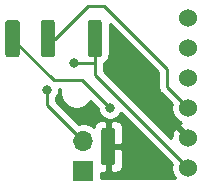
<source format=gbr>
G04 #@! TF.GenerationSoftware,KiCad,Pcbnew,(5.1.5)-3*
G04 #@! TF.CreationDate,2020-12-21T12:20:19+01:00*
G04 #@! TF.ProjectId,epimetheus_bme280,6570696d-6574-4686-9575-735f626d6532,rev?*
G04 #@! TF.SameCoordinates,Original*
G04 #@! TF.FileFunction,Copper,L1,Top*
G04 #@! TF.FilePolarity,Positive*
%FSLAX46Y46*%
G04 Gerber Fmt 4.6, Leading zero omitted, Abs format (unit mm)*
G04 Created by KiCad (PCBNEW (5.1.5)-3) date 2020-12-21 12:20:19*
%MOMM*%
%LPD*%
G04 APERTURE LIST*
%ADD10O,1.700000X1.700000*%
%ADD11R,1.700000X1.700000*%
%ADD12C,1.524000*%
%ADD13C,0.100000*%
%ADD14C,0.800000*%
%ADD15C,0.250000*%
%ADD16C,0.254000*%
G04 APERTURE END LIST*
D10*
X170942000Y-35052000D03*
D11*
X170942000Y-37592000D03*
D12*
X179832000Y-24638000D03*
X179832000Y-27178000D03*
X179832000Y-29718000D03*
X179832000Y-32258000D03*
X179832000Y-34798000D03*
X179832000Y-37338000D03*
G04 #@! TA.AperFunction,SMDPad,CuDef*
D13*
G36*
X165302405Y-24817445D02*
G01*
X165331527Y-24821764D01*
X165360085Y-24828918D01*
X165387805Y-24838836D01*
X165414419Y-24851424D01*
X165439671Y-24866559D01*
X165463318Y-24884097D01*
X165485132Y-24903868D01*
X165504903Y-24925682D01*
X165522441Y-24949329D01*
X165537576Y-24974581D01*
X165550164Y-25001195D01*
X165560082Y-25028915D01*
X165567236Y-25057473D01*
X165571555Y-25086595D01*
X165573000Y-25116000D01*
X165573000Y-27716000D01*
X165571555Y-27745405D01*
X165567236Y-27774527D01*
X165560082Y-27803085D01*
X165550164Y-27830805D01*
X165537576Y-27857419D01*
X165522441Y-27882671D01*
X165504903Y-27906318D01*
X165485132Y-27928132D01*
X165463318Y-27947903D01*
X165439671Y-27965441D01*
X165414419Y-27980576D01*
X165387805Y-27993164D01*
X165360085Y-28003082D01*
X165331527Y-28010236D01*
X165302405Y-28014555D01*
X165273000Y-28016000D01*
X164673000Y-28016000D01*
X164643595Y-28014555D01*
X164614473Y-28010236D01*
X164585915Y-28003082D01*
X164558195Y-27993164D01*
X164531581Y-27980576D01*
X164506329Y-27965441D01*
X164482682Y-27947903D01*
X164460868Y-27928132D01*
X164441097Y-27906318D01*
X164423559Y-27882671D01*
X164408424Y-27857419D01*
X164395836Y-27830805D01*
X164385918Y-27803085D01*
X164378764Y-27774527D01*
X164374445Y-27745405D01*
X164373000Y-27716000D01*
X164373000Y-25116000D01*
X164374445Y-25086595D01*
X164378764Y-25057473D01*
X164385918Y-25028915D01*
X164395836Y-25001195D01*
X164408424Y-24974581D01*
X164423559Y-24949329D01*
X164441097Y-24925682D01*
X164460868Y-24903868D01*
X164482682Y-24884097D01*
X164506329Y-24866559D01*
X164531581Y-24851424D01*
X164558195Y-24838836D01*
X164585915Y-24828918D01*
X164614473Y-24821764D01*
X164643595Y-24817445D01*
X164673000Y-24816000D01*
X165273000Y-24816000D01*
X165302405Y-24817445D01*
G37*
G04 #@! TD.AperFunction*
G04 #@! TA.AperFunction,SMDPad,CuDef*
G36*
X168302405Y-24817445D02*
G01*
X168331527Y-24821764D01*
X168360085Y-24828918D01*
X168387805Y-24838836D01*
X168414419Y-24851424D01*
X168439671Y-24866559D01*
X168463318Y-24884097D01*
X168485132Y-24903868D01*
X168504903Y-24925682D01*
X168522441Y-24949329D01*
X168537576Y-24974581D01*
X168550164Y-25001195D01*
X168560082Y-25028915D01*
X168567236Y-25057473D01*
X168571555Y-25086595D01*
X168573000Y-25116000D01*
X168573000Y-27716000D01*
X168571555Y-27745405D01*
X168567236Y-27774527D01*
X168560082Y-27803085D01*
X168550164Y-27830805D01*
X168537576Y-27857419D01*
X168522441Y-27882671D01*
X168504903Y-27906318D01*
X168485132Y-27928132D01*
X168463318Y-27947903D01*
X168439671Y-27965441D01*
X168414419Y-27980576D01*
X168387805Y-27993164D01*
X168360085Y-28003082D01*
X168331527Y-28010236D01*
X168302405Y-28014555D01*
X168273000Y-28016000D01*
X167673000Y-28016000D01*
X167643595Y-28014555D01*
X167614473Y-28010236D01*
X167585915Y-28003082D01*
X167558195Y-27993164D01*
X167531581Y-27980576D01*
X167506329Y-27965441D01*
X167482682Y-27947903D01*
X167460868Y-27928132D01*
X167441097Y-27906318D01*
X167423559Y-27882671D01*
X167408424Y-27857419D01*
X167395836Y-27830805D01*
X167385918Y-27803085D01*
X167378764Y-27774527D01*
X167374445Y-27745405D01*
X167373000Y-27716000D01*
X167373000Y-25116000D01*
X167374445Y-25086595D01*
X167378764Y-25057473D01*
X167385918Y-25028915D01*
X167395836Y-25001195D01*
X167408424Y-24974581D01*
X167423559Y-24949329D01*
X167441097Y-24925682D01*
X167460868Y-24903868D01*
X167482682Y-24884097D01*
X167506329Y-24866559D01*
X167531581Y-24851424D01*
X167558195Y-24838836D01*
X167585915Y-24828918D01*
X167614473Y-24821764D01*
X167643595Y-24817445D01*
X167673000Y-24816000D01*
X168273000Y-24816000D01*
X168302405Y-24817445D01*
G37*
G04 #@! TD.AperFunction*
G04 #@! TA.AperFunction,SMDPad,CuDef*
G36*
X172287405Y-24817445D02*
G01*
X172316527Y-24821764D01*
X172345085Y-24828918D01*
X172372805Y-24838836D01*
X172399419Y-24851424D01*
X172424671Y-24866559D01*
X172448318Y-24884097D01*
X172470132Y-24903868D01*
X172489903Y-24925682D01*
X172507441Y-24949329D01*
X172522576Y-24974581D01*
X172535164Y-25001195D01*
X172545082Y-25028915D01*
X172552236Y-25057473D01*
X172556555Y-25086595D01*
X172558000Y-25116000D01*
X172558000Y-27716000D01*
X172556555Y-27745405D01*
X172552236Y-27774527D01*
X172545082Y-27803085D01*
X172535164Y-27830805D01*
X172522576Y-27857419D01*
X172507441Y-27882671D01*
X172489903Y-27906318D01*
X172470132Y-27928132D01*
X172448318Y-27947903D01*
X172424671Y-27965441D01*
X172399419Y-27980576D01*
X172372805Y-27993164D01*
X172345085Y-28003082D01*
X172316527Y-28010236D01*
X172287405Y-28014555D01*
X172258000Y-28016000D01*
X171658000Y-28016000D01*
X171628595Y-28014555D01*
X171599473Y-28010236D01*
X171570915Y-28003082D01*
X171543195Y-27993164D01*
X171516581Y-27980576D01*
X171491329Y-27965441D01*
X171467682Y-27947903D01*
X171445868Y-27928132D01*
X171426097Y-27906318D01*
X171408559Y-27882671D01*
X171393424Y-27857419D01*
X171380836Y-27830805D01*
X171370918Y-27803085D01*
X171363764Y-27774527D01*
X171359445Y-27745405D01*
X171358000Y-27716000D01*
X171358000Y-25116000D01*
X171359445Y-25086595D01*
X171363764Y-25057473D01*
X171370918Y-25028915D01*
X171380836Y-25001195D01*
X171393424Y-24974581D01*
X171408559Y-24949329D01*
X171426097Y-24925682D01*
X171445868Y-24903868D01*
X171467682Y-24884097D01*
X171491329Y-24866559D01*
X171516581Y-24851424D01*
X171543195Y-24838836D01*
X171570915Y-24828918D01*
X171599473Y-24821764D01*
X171628595Y-24817445D01*
X171658000Y-24816000D01*
X172258000Y-24816000D01*
X172287405Y-24817445D01*
G37*
G04 #@! TD.AperFunction*
G04 #@! TA.AperFunction,SMDPad,CuDef*
G36*
X173402405Y-33961445D02*
G01*
X173431527Y-33965764D01*
X173460085Y-33972918D01*
X173487805Y-33982836D01*
X173514419Y-33995424D01*
X173539671Y-34010559D01*
X173563318Y-34028097D01*
X173585132Y-34047868D01*
X173604903Y-34069682D01*
X173622441Y-34093329D01*
X173637576Y-34118581D01*
X173650164Y-34145195D01*
X173660082Y-34172915D01*
X173667236Y-34201473D01*
X173671555Y-34230595D01*
X173673000Y-34260000D01*
X173673000Y-36860000D01*
X173671555Y-36889405D01*
X173667236Y-36918527D01*
X173660082Y-36947085D01*
X173650164Y-36974805D01*
X173637576Y-37001419D01*
X173622441Y-37026671D01*
X173604903Y-37050318D01*
X173585132Y-37072132D01*
X173563318Y-37091903D01*
X173539671Y-37109441D01*
X173514419Y-37124576D01*
X173487805Y-37137164D01*
X173460085Y-37147082D01*
X173431527Y-37154236D01*
X173402405Y-37158555D01*
X173373000Y-37160000D01*
X172773000Y-37160000D01*
X172743595Y-37158555D01*
X172714473Y-37154236D01*
X172685915Y-37147082D01*
X172658195Y-37137164D01*
X172631581Y-37124576D01*
X172606329Y-37109441D01*
X172582682Y-37091903D01*
X172560868Y-37072132D01*
X172541097Y-37050318D01*
X172523559Y-37026671D01*
X172508424Y-37001419D01*
X172495836Y-36974805D01*
X172485918Y-36947085D01*
X172478764Y-36918527D01*
X172474445Y-36889405D01*
X172473000Y-36860000D01*
X172473000Y-34260000D01*
X172474445Y-34230595D01*
X172478764Y-34201473D01*
X172485918Y-34172915D01*
X172495836Y-34145195D01*
X172508424Y-34118581D01*
X172523559Y-34093329D01*
X172541097Y-34069682D01*
X172560868Y-34047868D01*
X172582682Y-34028097D01*
X172606329Y-34010559D01*
X172631581Y-33995424D01*
X172658195Y-33982836D01*
X172685915Y-33972918D01*
X172714473Y-33965764D01*
X172743595Y-33961445D01*
X172773000Y-33960000D01*
X173373000Y-33960000D01*
X173402405Y-33961445D01*
G37*
G04 #@! TD.AperFunction*
D14*
X173228000Y-34544000D03*
X173228000Y-32258000D03*
X170180000Y-28448000D03*
X167894000Y-30734000D03*
D15*
X172828001Y-31858001D02*
X173228000Y-32258000D01*
X170882999Y-29912999D02*
X172828001Y-31858001D01*
X168469999Y-29912999D02*
X170882999Y-29912999D01*
X164973000Y-26416000D02*
X168469999Y-29912999D01*
X178054000Y-30480000D02*
X179832000Y-32258000D01*
X168573000Y-26416000D02*
X171367000Y-23622000D01*
X172720000Y-23622000D02*
X178054000Y-28956000D01*
X167973000Y-26416000D02*
X168573000Y-26416000D01*
X171367000Y-23622000D02*
X172720000Y-23622000D01*
X178054000Y-28956000D02*
X178054000Y-30480000D01*
X170180000Y-28448000D02*
X171958000Y-28448000D01*
X171958000Y-26416000D02*
X171958000Y-28448000D01*
X179070001Y-36576001D02*
X179832000Y-37338000D01*
X171958000Y-29464000D02*
X179070001Y-36576001D01*
X171958000Y-26416000D02*
X171958000Y-29464000D01*
X167894000Y-32004000D02*
X170942000Y-35052000D01*
X167894000Y-30734000D02*
X167894000Y-32004000D01*
D16*
G36*
X168988000Y-30851589D02*
G01*
X168988000Y-31124411D01*
X169041225Y-31391989D01*
X169145629Y-31644043D01*
X169297201Y-31870886D01*
X169490114Y-32063799D01*
X169716957Y-32215371D01*
X169969011Y-32319775D01*
X170236589Y-32373000D01*
X170509411Y-32373000D01*
X170776989Y-32319775D01*
X171029043Y-32215371D01*
X171255886Y-32063799D01*
X171448799Y-31870886D01*
X171575886Y-31680687D01*
X172193000Y-32297802D01*
X172193000Y-32359939D01*
X172232774Y-32559898D01*
X172310795Y-32748256D01*
X172424063Y-32917774D01*
X172568226Y-33061937D01*
X172737744Y-33175205D01*
X172926102Y-33253226D01*
X173126061Y-33293000D01*
X173329939Y-33293000D01*
X173529898Y-33253226D01*
X173718256Y-33175205D01*
X173887774Y-33061937D01*
X174031937Y-32917774D01*
X174145205Y-32748256D01*
X174151722Y-32732523D01*
X178465628Y-37046430D01*
X178435000Y-37200408D01*
X178435000Y-37475592D01*
X178488686Y-37745490D01*
X178593995Y-37999727D01*
X178729150Y-38202000D01*
X172430072Y-38202000D01*
X172430072Y-37793844D01*
X172473000Y-37798072D01*
X172787250Y-37795000D01*
X172946000Y-37636250D01*
X172946000Y-35687000D01*
X173200000Y-35687000D01*
X173200000Y-37636250D01*
X173358750Y-37795000D01*
X173673000Y-37798072D01*
X173797482Y-37785812D01*
X173917180Y-37749502D01*
X174027494Y-37690537D01*
X174124185Y-37611185D01*
X174203537Y-37514494D01*
X174262502Y-37404180D01*
X174298812Y-37284482D01*
X174311072Y-37160000D01*
X174308000Y-35845750D01*
X174149250Y-35687000D01*
X173200000Y-35687000D01*
X172946000Y-35687000D01*
X172926000Y-35687000D01*
X172926000Y-35433000D01*
X172946000Y-35433000D01*
X172946000Y-33483750D01*
X173200000Y-33483750D01*
X173200000Y-35433000D01*
X174149250Y-35433000D01*
X174308000Y-35274250D01*
X174311072Y-33960000D01*
X174298812Y-33835518D01*
X174262502Y-33715820D01*
X174203537Y-33605506D01*
X174124185Y-33508815D01*
X174027494Y-33429463D01*
X173917180Y-33370498D01*
X173797482Y-33334188D01*
X173673000Y-33321928D01*
X173358750Y-33325000D01*
X173200000Y-33483750D01*
X172946000Y-33483750D01*
X172787250Y-33325000D01*
X172473000Y-33321928D01*
X172348518Y-33334188D01*
X172228820Y-33370498D01*
X172118506Y-33429463D01*
X172021815Y-33508815D01*
X171942463Y-33605506D01*
X171883498Y-33715820D01*
X171847188Y-33835518D01*
X171843925Y-33868653D01*
X171645411Y-33736010D01*
X171375158Y-33624068D01*
X171088260Y-33567000D01*
X170795740Y-33567000D01*
X170575592Y-33610790D01*
X168654000Y-31689199D01*
X168654000Y-31437711D01*
X168697937Y-31393774D01*
X168811205Y-31224256D01*
X168889226Y-31035898D01*
X168929000Y-30835939D01*
X168929000Y-30672999D01*
X169023524Y-30672999D01*
X168988000Y-30851589D01*
G37*
X168988000Y-30851589D02*
X168988000Y-31124411D01*
X169041225Y-31391989D01*
X169145629Y-31644043D01*
X169297201Y-31870886D01*
X169490114Y-32063799D01*
X169716957Y-32215371D01*
X169969011Y-32319775D01*
X170236589Y-32373000D01*
X170509411Y-32373000D01*
X170776989Y-32319775D01*
X171029043Y-32215371D01*
X171255886Y-32063799D01*
X171448799Y-31870886D01*
X171575886Y-31680687D01*
X172193000Y-32297802D01*
X172193000Y-32359939D01*
X172232774Y-32559898D01*
X172310795Y-32748256D01*
X172424063Y-32917774D01*
X172568226Y-33061937D01*
X172737744Y-33175205D01*
X172926102Y-33253226D01*
X173126061Y-33293000D01*
X173329939Y-33293000D01*
X173529898Y-33253226D01*
X173718256Y-33175205D01*
X173887774Y-33061937D01*
X174031937Y-32917774D01*
X174145205Y-32748256D01*
X174151722Y-32732523D01*
X178465628Y-37046430D01*
X178435000Y-37200408D01*
X178435000Y-37475592D01*
X178488686Y-37745490D01*
X178593995Y-37999727D01*
X178729150Y-38202000D01*
X172430072Y-38202000D01*
X172430072Y-37793844D01*
X172473000Y-37798072D01*
X172787250Y-37795000D01*
X172946000Y-37636250D01*
X172946000Y-35687000D01*
X173200000Y-35687000D01*
X173200000Y-37636250D01*
X173358750Y-37795000D01*
X173673000Y-37798072D01*
X173797482Y-37785812D01*
X173917180Y-37749502D01*
X174027494Y-37690537D01*
X174124185Y-37611185D01*
X174203537Y-37514494D01*
X174262502Y-37404180D01*
X174298812Y-37284482D01*
X174311072Y-37160000D01*
X174308000Y-35845750D01*
X174149250Y-35687000D01*
X173200000Y-35687000D01*
X172946000Y-35687000D01*
X172926000Y-35687000D01*
X172926000Y-35433000D01*
X172946000Y-35433000D01*
X172946000Y-33483750D01*
X173200000Y-33483750D01*
X173200000Y-35433000D01*
X174149250Y-35433000D01*
X174308000Y-35274250D01*
X174311072Y-33960000D01*
X174298812Y-33835518D01*
X174262502Y-33715820D01*
X174203537Y-33605506D01*
X174124185Y-33508815D01*
X174027494Y-33429463D01*
X173917180Y-33370498D01*
X173797482Y-33334188D01*
X173673000Y-33321928D01*
X173358750Y-33325000D01*
X173200000Y-33483750D01*
X172946000Y-33483750D01*
X172787250Y-33325000D01*
X172473000Y-33321928D01*
X172348518Y-33334188D01*
X172228820Y-33370498D01*
X172118506Y-33429463D01*
X172021815Y-33508815D01*
X171942463Y-33605506D01*
X171883498Y-33715820D01*
X171847188Y-33835518D01*
X171843925Y-33868653D01*
X171645411Y-33736010D01*
X171375158Y-33624068D01*
X171088260Y-33567000D01*
X170795740Y-33567000D01*
X170575592Y-33610790D01*
X168654000Y-31689199D01*
X168654000Y-31437711D01*
X168697937Y-31393774D01*
X168811205Y-31224256D01*
X168889226Y-31035898D01*
X168929000Y-30835939D01*
X168929000Y-30672999D01*
X169023524Y-30672999D01*
X168988000Y-30851589D01*
G36*
X177294000Y-29270802D02*
G01*
X177294001Y-30442668D01*
X177290324Y-30480000D01*
X177304998Y-30628985D01*
X177348454Y-30772246D01*
X177419026Y-30904276D01*
X177490201Y-30991002D01*
X177514000Y-31020001D01*
X177542998Y-31043799D01*
X178465628Y-31966430D01*
X178435000Y-32120408D01*
X178435000Y-32395592D01*
X178488686Y-32665490D01*
X178593995Y-32919727D01*
X178746880Y-33148535D01*
X178941465Y-33343120D01*
X179170273Y-33496005D01*
X179241943Y-33525692D01*
X179228977Y-33530364D01*
X179113020Y-33592344D01*
X179046040Y-33832435D01*
X179832000Y-34618395D01*
X179846143Y-34604253D01*
X180025748Y-34783858D01*
X180011605Y-34798000D01*
X180025748Y-34812143D01*
X179846143Y-34991748D01*
X179832000Y-34977605D01*
X179817858Y-34991748D01*
X179638253Y-34812143D01*
X179652395Y-34798000D01*
X178866435Y-34012040D01*
X178626344Y-34079020D01*
X178509244Y-34328048D01*
X178442977Y-34595135D01*
X178430481Y-34861679D01*
X172718000Y-29149199D01*
X172718000Y-28528672D01*
X172779165Y-28495978D01*
X172921317Y-28379317D01*
X173037978Y-28237165D01*
X173124666Y-28074985D01*
X173178047Y-27899009D01*
X173196072Y-27716000D01*
X173196072Y-25172873D01*
X177294000Y-29270802D01*
G37*
X177294000Y-29270802D02*
X177294001Y-30442668D01*
X177290324Y-30480000D01*
X177304998Y-30628985D01*
X177348454Y-30772246D01*
X177419026Y-30904276D01*
X177490201Y-30991002D01*
X177514000Y-31020001D01*
X177542998Y-31043799D01*
X178465628Y-31966430D01*
X178435000Y-32120408D01*
X178435000Y-32395592D01*
X178488686Y-32665490D01*
X178593995Y-32919727D01*
X178746880Y-33148535D01*
X178941465Y-33343120D01*
X179170273Y-33496005D01*
X179241943Y-33525692D01*
X179228977Y-33530364D01*
X179113020Y-33592344D01*
X179046040Y-33832435D01*
X179832000Y-34618395D01*
X179846143Y-34604253D01*
X180025748Y-34783858D01*
X180011605Y-34798000D01*
X180025748Y-34812143D01*
X179846143Y-34991748D01*
X179832000Y-34977605D01*
X179817858Y-34991748D01*
X179638253Y-34812143D01*
X179652395Y-34798000D01*
X178866435Y-34012040D01*
X178626344Y-34079020D01*
X178509244Y-34328048D01*
X178442977Y-34595135D01*
X178430481Y-34861679D01*
X172718000Y-29149199D01*
X172718000Y-28528672D01*
X172779165Y-28495978D01*
X172921317Y-28379317D01*
X173037978Y-28237165D01*
X173124666Y-28074985D01*
X173178047Y-27899009D01*
X173196072Y-27716000D01*
X173196072Y-25172873D01*
X177294000Y-29270802D01*
M02*

</source>
